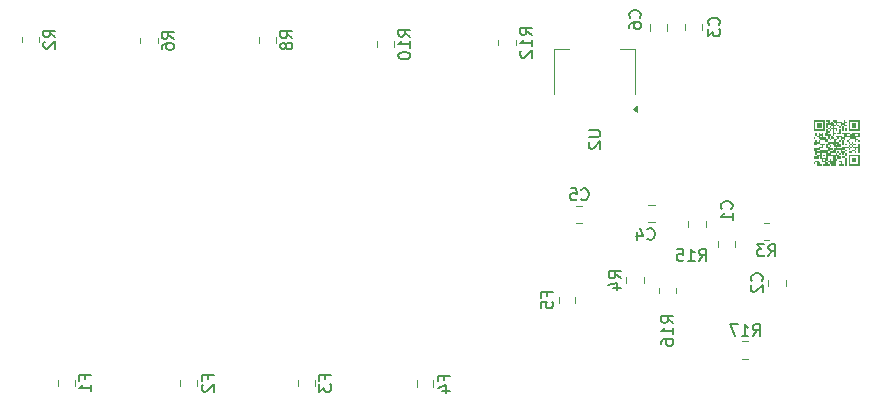
<source format=gbr>
%TF.GenerationSoftware,KiCad,Pcbnew,8.0.4*%
%TF.CreationDate,2025-06-08T15:43:54+10:00*%
%TF.ProjectId,USBPowerBlock,55534250-6f77-4657-9242-6c6f636b2e6b,rev?*%
%TF.SameCoordinates,Original*%
%TF.FileFunction,Legend,Bot*%
%TF.FilePolarity,Positive*%
%FSLAX46Y46*%
G04 Gerber Fmt 4.6, Leading zero omitted, Abs format (unit mm)*
G04 Created by KiCad (PCBNEW 8.0.4) date 2025-06-08 15:43:54*
%MOMM*%
%LPD*%
G01*
G04 APERTURE LIST*
%ADD10C,0.150000*%
%ADD11C,0.120000*%
%ADD12C,0.000000*%
G04 APERTURE END LIST*
D10*
X144444819Y-66647142D02*
X143968628Y-66313809D01*
X144444819Y-66075714D02*
X143444819Y-66075714D01*
X143444819Y-66075714D02*
X143444819Y-66456666D01*
X143444819Y-66456666D02*
X143492438Y-66551904D01*
X143492438Y-66551904D02*
X143540057Y-66599523D01*
X143540057Y-66599523D02*
X143635295Y-66647142D01*
X143635295Y-66647142D02*
X143778152Y-66647142D01*
X143778152Y-66647142D02*
X143873390Y-66599523D01*
X143873390Y-66599523D02*
X143921009Y-66551904D01*
X143921009Y-66551904D02*
X143968628Y-66456666D01*
X143968628Y-66456666D02*
X143968628Y-66075714D01*
X144444819Y-67599523D02*
X144444819Y-67028095D01*
X144444819Y-67313809D02*
X143444819Y-67313809D01*
X143444819Y-67313809D02*
X143587676Y-67218571D01*
X143587676Y-67218571D02*
X143682914Y-67123333D01*
X143682914Y-67123333D02*
X143730533Y-67028095D01*
X143444819Y-68218571D02*
X143444819Y-68313809D01*
X143444819Y-68313809D02*
X143492438Y-68409047D01*
X143492438Y-68409047D02*
X143540057Y-68456666D01*
X143540057Y-68456666D02*
X143635295Y-68504285D01*
X143635295Y-68504285D02*
X143825771Y-68551904D01*
X143825771Y-68551904D02*
X144063866Y-68551904D01*
X144063866Y-68551904D02*
X144254342Y-68504285D01*
X144254342Y-68504285D02*
X144349580Y-68456666D01*
X144349580Y-68456666D02*
X144397200Y-68409047D01*
X144397200Y-68409047D02*
X144444819Y-68313809D01*
X144444819Y-68313809D02*
X144444819Y-68218571D01*
X144444819Y-68218571D02*
X144397200Y-68123333D01*
X144397200Y-68123333D02*
X144349580Y-68075714D01*
X144349580Y-68075714D02*
X144254342Y-68028095D01*
X144254342Y-68028095D02*
X144063866Y-67980476D01*
X144063866Y-67980476D02*
X143825771Y-67980476D01*
X143825771Y-67980476D02*
X143635295Y-68028095D01*
X143635295Y-68028095D02*
X143540057Y-68075714D01*
X143540057Y-68075714D02*
X143492438Y-68123333D01*
X143492438Y-68123333D02*
X143444819Y-68218571D01*
X116921009Y-95636666D02*
X116921009Y-95303333D01*
X117444819Y-95303333D02*
X116444819Y-95303333D01*
X116444819Y-95303333D02*
X116444819Y-95779523D01*
X117444819Y-96684285D02*
X117444819Y-96112857D01*
X117444819Y-96398571D02*
X116444819Y-96398571D01*
X116444819Y-96398571D02*
X116587676Y-96303333D01*
X116587676Y-96303333D02*
X116682914Y-96208095D01*
X116682914Y-96208095D02*
X116730533Y-96112857D01*
X168902857Y-85634819D02*
X169236190Y-85158628D01*
X169474285Y-85634819D02*
X169474285Y-84634819D01*
X169474285Y-84634819D02*
X169093333Y-84634819D01*
X169093333Y-84634819D02*
X168998095Y-84682438D01*
X168998095Y-84682438D02*
X168950476Y-84730057D01*
X168950476Y-84730057D02*
X168902857Y-84825295D01*
X168902857Y-84825295D02*
X168902857Y-84968152D01*
X168902857Y-84968152D02*
X168950476Y-85063390D01*
X168950476Y-85063390D02*
X168998095Y-85111009D01*
X168998095Y-85111009D02*
X169093333Y-85158628D01*
X169093333Y-85158628D02*
X169474285Y-85158628D01*
X167950476Y-85634819D02*
X168521904Y-85634819D01*
X168236190Y-85634819D02*
X168236190Y-84634819D01*
X168236190Y-84634819D02*
X168331428Y-84777676D01*
X168331428Y-84777676D02*
X168426666Y-84872914D01*
X168426666Y-84872914D02*
X168521904Y-84920533D01*
X167045714Y-84634819D02*
X167521904Y-84634819D01*
X167521904Y-84634819D02*
X167569523Y-85111009D01*
X167569523Y-85111009D02*
X167521904Y-85063390D01*
X167521904Y-85063390D02*
X167426666Y-85015771D01*
X167426666Y-85015771D02*
X167188571Y-85015771D01*
X167188571Y-85015771D02*
X167093333Y-85063390D01*
X167093333Y-85063390D02*
X167045714Y-85111009D01*
X167045714Y-85111009D02*
X166998095Y-85206247D01*
X166998095Y-85206247D02*
X166998095Y-85444342D01*
X166998095Y-85444342D02*
X167045714Y-85539580D01*
X167045714Y-85539580D02*
X167093333Y-85587200D01*
X167093333Y-85587200D02*
X167188571Y-85634819D01*
X167188571Y-85634819D02*
X167426666Y-85634819D01*
X167426666Y-85634819D02*
X167521904Y-85587200D01*
X167521904Y-85587200D02*
X167569523Y-85539580D01*
X170579580Y-65653333D02*
X170627200Y-65605714D01*
X170627200Y-65605714D02*
X170674819Y-65462857D01*
X170674819Y-65462857D02*
X170674819Y-65367619D01*
X170674819Y-65367619D02*
X170627200Y-65224762D01*
X170627200Y-65224762D02*
X170531961Y-65129524D01*
X170531961Y-65129524D02*
X170436723Y-65081905D01*
X170436723Y-65081905D02*
X170246247Y-65034286D01*
X170246247Y-65034286D02*
X170103390Y-65034286D01*
X170103390Y-65034286D02*
X169912914Y-65081905D01*
X169912914Y-65081905D02*
X169817676Y-65129524D01*
X169817676Y-65129524D02*
X169722438Y-65224762D01*
X169722438Y-65224762D02*
X169674819Y-65367619D01*
X169674819Y-65367619D02*
X169674819Y-65462857D01*
X169674819Y-65462857D02*
X169722438Y-65605714D01*
X169722438Y-65605714D02*
X169770057Y-65653333D01*
X169674819Y-65986667D02*
X169674819Y-66605714D01*
X169674819Y-66605714D02*
X170055771Y-66272381D01*
X170055771Y-66272381D02*
X170055771Y-66415238D01*
X170055771Y-66415238D02*
X170103390Y-66510476D01*
X170103390Y-66510476D02*
X170151009Y-66558095D01*
X170151009Y-66558095D02*
X170246247Y-66605714D01*
X170246247Y-66605714D02*
X170484342Y-66605714D01*
X170484342Y-66605714D02*
X170579580Y-66558095D01*
X170579580Y-66558095D02*
X170627200Y-66510476D01*
X170627200Y-66510476D02*
X170674819Y-66415238D01*
X170674819Y-66415238D02*
X170674819Y-66129524D01*
X170674819Y-66129524D02*
X170627200Y-66034286D01*
X170627200Y-66034286D02*
X170579580Y-65986667D01*
X137231009Y-95656666D02*
X137231009Y-95323333D01*
X137754819Y-95323333D02*
X136754819Y-95323333D01*
X136754819Y-95323333D02*
X136754819Y-95799523D01*
X136754819Y-96085238D02*
X136754819Y-96704285D01*
X136754819Y-96704285D02*
X137135771Y-96370952D01*
X137135771Y-96370952D02*
X137135771Y-96513809D01*
X137135771Y-96513809D02*
X137183390Y-96609047D01*
X137183390Y-96609047D02*
X137231009Y-96656666D01*
X137231009Y-96656666D02*
X137326247Y-96704285D01*
X137326247Y-96704285D02*
X137564342Y-96704285D01*
X137564342Y-96704285D02*
X137659580Y-96656666D01*
X137659580Y-96656666D02*
X137707200Y-96609047D01*
X137707200Y-96609047D02*
X137754819Y-96513809D01*
X137754819Y-96513809D02*
X137754819Y-96228095D01*
X137754819Y-96228095D02*
X137707200Y-96132857D01*
X137707200Y-96132857D02*
X137659580Y-96085238D01*
X174776666Y-85244819D02*
X175109999Y-84768628D01*
X175348094Y-85244819D02*
X175348094Y-84244819D01*
X175348094Y-84244819D02*
X174967142Y-84244819D01*
X174967142Y-84244819D02*
X174871904Y-84292438D01*
X174871904Y-84292438D02*
X174824285Y-84340057D01*
X174824285Y-84340057D02*
X174776666Y-84435295D01*
X174776666Y-84435295D02*
X174776666Y-84578152D01*
X174776666Y-84578152D02*
X174824285Y-84673390D01*
X174824285Y-84673390D02*
X174871904Y-84721009D01*
X174871904Y-84721009D02*
X174967142Y-84768628D01*
X174967142Y-84768628D02*
X175348094Y-84768628D01*
X174443332Y-84244819D02*
X173824285Y-84244819D01*
X173824285Y-84244819D02*
X174157618Y-84625771D01*
X174157618Y-84625771D02*
X174014761Y-84625771D01*
X174014761Y-84625771D02*
X173919523Y-84673390D01*
X173919523Y-84673390D02*
X173871904Y-84721009D01*
X173871904Y-84721009D02*
X173824285Y-84816247D01*
X173824285Y-84816247D02*
X173824285Y-85054342D01*
X173824285Y-85054342D02*
X173871904Y-85149580D01*
X173871904Y-85149580D02*
X173919523Y-85197200D01*
X173919523Y-85197200D02*
X174014761Y-85244819D01*
X174014761Y-85244819D02*
X174300475Y-85244819D01*
X174300475Y-85244819D02*
X174395713Y-85197200D01*
X174395713Y-85197200D02*
X174443332Y-85149580D01*
X134464819Y-66773333D02*
X133988628Y-66440000D01*
X134464819Y-66201905D02*
X133464819Y-66201905D01*
X133464819Y-66201905D02*
X133464819Y-66582857D01*
X133464819Y-66582857D02*
X133512438Y-66678095D01*
X133512438Y-66678095D02*
X133560057Y-66725714D01*
X133560057Y-66725714D02*
X133655295Y-66773333D01*
X133655295Y-66773333D02*
X133798152Y-66773333D01*
X133798152Y-66773333D02*
X133893390Y-66725714D01*
X133893390Y-66725714D02*
X133941009Y-66678095D01*
X133941009Y-66678095D02*
X133988628Y-66582857D01*
X133988628Y-66582857D02*
X133988628Y-66201905D01*
X133893390Y-67344762D02*
X133845771Y-67249524D01*
X133845771Y-67249524D02*
X133798152Y-67201905D01*
X133798152Y-67201905D02*
X133702914Y-67154286D01*
X133702914Y-67154286D02*
X133655295Y-67154286D01*
X133655295Y-67154286D02*
X133560057Y-67201905D01*
X133560057Y-67201905D02*
X133512438Y-67249524D01*
X133512438Y-67249524D02*
X133464819Y-67344762D01*
X133464819Y-67344762D02*
X133464819Y-67535238D01*
X133464819Y-67535238D02*
X133512438Y-67630476D01*
X133512438Y-67630476D02*
X133560057Y-67678095D01*
X133560057Y-67678095D02*
X133655295Y-67725714D01*
X133655295Y-67725714D02*
X133702914Y-67725714D01*
X133702914Y-67725714D02*
X133798152Y-67678095D01*
X133798152Y-67678095D02*
X133845771Y-67630476D01*
X133845771Y-67630476D02*
X133893390Y-67535238D01*
X133893390Y-67535238D02*
X133893390Y-67344762D01*
X133893390Y-67344762D02*
X133941009Y-67249524D01*
X133941009Y-67249524D02*
X133988628Y-67201905D01*
X133988628Y-67201905D02*
X134083866Y-67154286D01*
X134083866Y-67154286D02*
X134274342Y-67154286D01*
X134274342Y-67154286D02*
X134369580Y-67201905D01*
X134369580Y-67201905D02*
X134417200Y-67249524D01*
X134417200Y-67249524D02*
X134464819Y-67344762D01*
X134464819Y-67344762D02*
X134464819Y-67535238D01*
X134464819Y-67535238D02*
X134417200Y-67630476D01*
X134417200Y-67630476D02*
X134369580Y-67678095D01*
X134369580Y-67678095D02*
X134274342Y-67725714D01*
X134274342Y-67725714D02*
X134083866Y-67725714D01*
X134083866Y-67725714D02*
X133988628Y-67678095D01*
X133988628Y-67678095D02*
X133941009Y-67630476D01*
X133941009Y-67630476D02*
X133893390Y-67535238D01*
X162274819Y-87093333D02*
X161798628Y-86760000D01*
X162274819Y-86521905D02*
X161274819Y-86521905D01*
X161274819Y-86521905D02*
X161274819Y-86902857D01*
X161274819Y-86902857D02*
X161322438Y-86998095D01*
X161322438Y-86998095D02*
X161370057Y-87045714D01*
X161370057Y-87045714D02*
X161465295Y-87093333D01*
X161465295Y-87093333D02*
X161608152Y-87093333D01*
X161608152Y-87093333D02*
X161703390Y-87045714D01*
X161703390Y-87045714D02*
X161751009Y-86998095D01*
X161751009Y-86998095D02*
X161798628Y-86902857D01*
X161798628Y-86902857D02*
X161798628Y-86521905D01*
X161608152Y-87950476D02*
X162274819Y-87950476D01*
X161227200Y-87712381D02*
X161941485Y-87474286D01*
X161941485Y-87474286D02*
X161941485Y-88093333D01*
X163889580Y-65043333D02*
X163937200Y-64995714D01*
X163937200Y-64995714D02*
X163984819Y-64852857D01*
X163984819Y-64852857D02*
X163984819Y-64757619D01*
X163984819Y-64757619D02*
X163937200Y-64614762D01*
X163937200Y-64614762D02*
X163841961Y-64519524D01*
X163841961Y-64519524D02*
X163746723Y-64471905D01*
X163746723Y-64471905D02*
X163556247Y-64424286D01*
X163556247Y-64424286D02*
X163413390Y-64424286D01*
X163413390Y-64424286D02*
X163222914Y-64471905D01*
X163222914Y-64471905D02*
X163127676Y-64519524D01*
X163127676Y-64519524D02*
X163032438Y-64614762D01*
X163032438Y-64614762D02*
X162984819Y-64757619D01*
X162984819Y-64757619D02*
X162984819Y-64852857D01*
X162984819Y-64852857D02*
X163032438Y-64995714D01*
X163032438Y-64995714D02*
X163080057Y-65043333D01*
X162984819Y-65900476D02*
X162984819Y-65710000D01*
X162984819Y-65710000D02*
X163032438Y-65614762D01*
X163032438Y-65614762D02*
X163080057Y-65567143D01*
X163080057Y-65567143D02*
X163222914Y-65471905D01*
X163222914Y-65471905D02*
X163413390Y-65424286D01*
X163413390Y-65424286D02*
X163794342Y-65424286D01*
X163794342Y-65424286D02*
X163889580Y-65471905D01*
X163889580Y-65471905D02*
X163937200Y-65519524D01*
X163937200Y-65519524D02*
X163984819Y-65614762D01*
X163984819Y-65614762D02*
X163984819Y-65805238D01*
X163984819Y-65805238D02*
X163937200Y-65900476D01*
X163937200Y-65900476D02*
X163889580Y-65948095D01*
X163889580Y-65948095D02*
X163794342Y-65995714D01*
X163794342Y-65995714D02*
X163556247Y-65995714D01*
X163556247Y-65995714D02*
X163461009Y-65948095D01*
X163461009Y-65948095D02*
X163413390Y-65900476D01*
X163413390Y-65900476D02*
X163365771Y-65805238D01*
X163365771Y-65805238D02*
X163365771Y-65614762D01*
X163365771Y-65614762D02*
X163413390Y-65519524D01*
X163413390Y-65519524D02*
X163461009Y-65471905D01*
X163461009Y-65471905D02*
X163556247Y-65424286D01*
X171649580Y-81223333D02*
X171697200Y-81175714D01*
X171697200Y-81175714D02*
X171744819Y-81032857D01*
X171744819Y-81032857D02*
X171744819Y-80937619D01*
X171744819Y-80937619D02*
X171697200Y-80794762D01*
X171697200Y-80794762D02*
X171601961Y-80699524D01*
X171601961Y-80699524D02*
X171506723Y-80651905D01*
X171506723Y-80651905D02*
X171316247Y-80604286D01*
X171316247Y-80604286D02*
X171173390Y-80604286D01*
X171173390Y-80604286D02*
X170982914Y-80651905D01*
X170982914Y-80651905D02*
X170887676Y-80699524D01*
X170887676Y-80699524D02*
X170792438Y-80794762D01*
X170792438Y-80794762D02*
X170744819Y-80937619D01*
X170744819Y-80937619D02*
X170744819Y-81032857D01*
X170744819Y-81032857D02*
X170792438Y-81175714D01*
X170792438Y-81175714D02*
X170840057Y-81223333D01*
X171744819Y-82175714D02*
X171744819Y-81604286D01*
X171744819Y-81890000D02*
X170744819Y-81890000D01*
X170744819Y-81890000D02*
X170887676Y-81794762D01*
X170887676Y-81794762D02*
X170982914Y-81699524D01*
X170982914Y-81699524D02*
X171030533Y-81604286D01*
X154764819Y-66517142D02*
X154288628Y-66183809D01*
X154764819Y-65945714D02*
X153764819Y-65945714D01*
X153764819Y-65945714D02*
X153764819Y-66326666D01*
X153764819Y-66326666D02*
X153812438Y-66421904D01*
X153812438Y-66421904D02*
X153860057Y-66469523D01*
X153860057Y-66469523D02*
X153955295Y-66517142D01*
X153955295Y-66517142D02*
X154098152Y-66517142D01*
X154098152Y-66517142D02*
X154193390Y-66469523D01*
X154193390Y-66469523D02*
X154241009Y-66421904D01*
X154241009Y-66421904D02*
X154288628Y-66326666D01*
X154288628Y-66326666D02*
X154288628Y-65945714D01*
X154764819Y-67469523D02*
X154764819Y-66898095D01*
X154764819Y-67183809D02*
X153764819Y-67183809D01*
X153764819Y-67183809D02*
X153907676Y-67088571D01*
X153907676Y-67088571D02*
X154002914Y-66993333D01*
X154002914Y-66993333D02*
X154050533Y-66898095D01*
X153860057Y-67850476D02*
X153812438Y-67898095D01*
X153812438Y-67898095D02*
X153764819Y-67993333D01*
X153764819Y-67993333D02*
X153764819Y-68231428D01*
X153764819Y-68231428D02*
X153812438Y-68326666D01*
X153812438Y-68326666D02*
X153860057Y-68374285D01*
X153860057Y-68374285D02*
X153955295Y-68421904D01*
X153955295Y-68421904D02*
X154050533Y-68421904D01*
X154050533Y-68421904D02*
X154193390Y-68374285D01*
X154193390Y-68374285D02*
X154764819Y-67802857D01*
X154764819Y-67802857D02*
X154764819Y-68421904D01*
X159554819Y-74568095D02*
X160364342Y-74568095D01*
X160364342Y-74568095D02*
X160459580Y-74615714D01*
X160459580Y-74615714D02*
X160507200Y-74663333D01*
X160507200Y-74663333D02*
X160554819Y-74758571D01*
X160554819Y-74758571D02*
X160554819Y-74949047D01*
X160554819Y-74949047D02*
X160507200Y-75044285D01*
X160507200Y-75044285D02*
X160459580Y-75091904D01*
X160459580Y-75091904D02*
X160364342Y-75139523D01*
X160364342Y-75139523D02*
X159554819Y-75139523D01*
X159650057Y-75568095D02*
X159602438Y-75615714D01*
X159602438Y-75615714D02*
X159554819Y-75710952D01*
X159554819Y-75710952D02*
X159554819Y-75949047D01*
X159554819Y-75949047D02*
X159602438Y-76044285D01*
X159602438Y-76044285D02*
X159650057Y-76091904D01*
X159650057Y-76091904D02*
X159745295Y-76139523D01*
X159745295Y-76139523D02*
X159840533Y-76139523D01*
X159840533Y-76139523D02*
X159983390Y-76091904D01*
X159983390Y-76091904D02*
X160554819Y-75520476D01*
X160554819Y-75520476D02*
X160554819Y-76139523D01*
X114394819Y-66713333D02*
X113918628Y-66380000D01*
X114394819Y-66141905D02*
X113394819Y-66141905D01*
X113394819Y-66141905D02*
X113394819Y-66522857D01*
X113394819Y-66522857D02*
X113442438Y-66618095D01*
X113442438Y-66618095D02*
X113490057Y-66665714D01*
X113490057Y-66665714D02*
X113585295Y-66713333D01*
X113585295Y-66713333D02*
X113728152Y-66713333D01*
X113728152Y-66713333D02*
X113823390Y-66665714D01*
X113823390Y-66665714D02*
X113871009Y-66618095D01*
X113871009Y-66618095D02*
X113918628Y-66522857D01*
X113918628Y-66522857D02*
X113918628Y-66141905D01*
X113490057Y-67094286D02*
X113442438Y-67141905D01*
X113442438Y-67141905D02*
X113394819Y-67237143D01*
X113394819Y-67237143D02*
X113394819Y-67475238D01*
X113394819Y-67475238D02*
X113442438Y-67570476D01*
X113442438Y-67570476D02*
X113490057Y-67618095D01*
X113490057Y-67618095D02*
X113585295Y-67665714D01*
X113585295Y-67665714D02*
X113680533Y-67665714D01*
X113680533Y-67665714D02*
X113823390Y-67618095D01*
X113823390Y-67618095D02*
X114394819Y-67046667D01*
X114394819Y-67046667D02*
X114394819Y-67665714D01*
X158936666Y-80409580D02*
X158984285Y-80457200D01*
X158984285Y-80457200D02*
X159127142Y-80504819D01*
X159127142Y-80504819D02*
X159222380Y-80504819D01*
X159222380Y-80504819D02*
X159365237Y-80457200D01*
X159365237Y-80457200D02*
X159460475Y-80361961D01*
X159460475Y-80361961D02*
X159508094Y-80266723D01*
X159508094Y-80266723D02*
X159555713Y-80076247D01*
X159555713Y-80076247D02*
X159555713Y-79933390D01*
X159555713Y-79933390D02*
X159508094Y-79742914D01*
X159508094Y-79742914D02*
X159460475Y-79647676D01*
X159460475Y-79647676D02*
X159365237Y-79552438D01*
X159365237Y-79552438D02*
X159222380Y-79504819D01*
X159222380Y-79504819D02*
X159127142Y-79504819D01*
X159127142Y-79504819D02*
X158984285Y-79552438D01*
X158984285Y-79552438D02*
X158936666Y-79600057D01*
X158031904Y-79504819D02*
X158508094Y-79504819D01*
X158508094Y-79504819D02*
X158555713Y-79981009D01*
X158555713Y-79981009D02*
X158508094Y-79933390D01*
X158508094Y-79933390D02*
X158412856Y-79885771D01*
X158412856Y-79885771D02*
X158174761Y-79885771D01*
X158174761Y-79885771D02*
X158079523Y-79933390D01*
X158079523Y-79933390D02*
X158031904Y-79981009D01*
X158031904Y-79981009D02*
X157984285Y-80076247D01*
X157984285Y-80076247D02*
X157984285Y-80314342D01*
X157984285Y-80314342D02*
X158031904Y-80409580D01*
X158031904Y-80409580D02*
X158079523Y-80457200D01*
X158079523Y-80457200D02*
X158174761Y-80504819D01*
X158174761Y-80504819D02*
X158412856Y-80504819D01*
X158412856Y-80504819D02*
X158508094Y-80457200D01*
X158508094Y-80457200D02*
X158555713Y-80409580D01*
X173452857Y-91994819D02*
X173786190Y-91518628D01*
X174024285Y-91994819D02*
X174024285Y-90994819D01*
X174024285Y-90994819D02*
X173643333Y-90994819D01*
X173643333Y-90994819D02*
X173548095Y-91042438D01*
X173548095Y-91042438D02*
X173500476Y-91090057D01*
X173500476Y-91090057D02*
X173452857Y-91185295D01*
X173452857Y-91185295D02*
X173452857Y-91328152D01*
X173452857Y-91328152D02*
X173500476Y-91423390D01*
X173500476Y-91423390D02*
X173548095Y-91471009D01*
X173548095Y-91471009D02*
X173643333Y-91518628D01*
X173643333Y-91518628D02*
X174024285Y-91518628D01*
X172500476Y-91994819D02*
X173071904Y-91994819D01*
X172786190Y-91994819D02*
X172786190Y-90994819D01*
X172786190Y-90994819D02*
X172881428Y-91137676D01*
X172881428Y-91137676D02*
X172976666Y-91232914D01*
X172976666Y-91232914D02*
X173071904Y-91280533D01*
X172167142Y-90994819D02*
X171500476Y-90994819D01*
X171500476Y-90994819D02*
X171929047Y-91994819D01*
X127291009Y-95656666D02*
X127291009Y-95323333D01*
X127814819Y-95323333D02*
X126814819Y-95323333D01*
X126814819Y-95323333D02*
X126814819Y-95799523D01*
X126910057Y-96132857D02*
X126862438Y-96180476D01*
X126862438Y-96180476D02*
X126814819Y-96275714D01*
X126814819Y-96275714D02*
X126814819Y-96513809D01*
X126814819Y-96513809D02*
X126862438Y-96609047D01*
X126862438Y-96609047D02*
X126910057Y-96656666D01*
X126910057Y-96656666D02*
X127005295Y-96704285D01*
X127005295Y-96704285D02*
X127100533Y-96704285D01*
X127100533Y-96704285D02*
X127243390Y-96656666D01*
X127243390Y-96656666D02*
X127814819Y-96085238D01*
X127814819Y-96085238D02*
X127814819Y-96704285D01*
X124424819Y-66823333D02*
X123948628Y-66490000D01*
X124424819Y-66251905D02*
X123424819Y-66251905D01*
X123424819Y-66251905D02*
X123424819Y-66632857D01*
X123424819Y-66632857D02*
X123472438Y-66728095D01*
X123472438Y-66728095D02*
X123520057Y-66775714D01*
X123520057Y-66775714D02*
X123615295Y-66823333D01*
X123615295Y-66823333D02*
X123758152Y-66823333D01*
X123758152Y-66823333D02*
X123853390Y-66775714D01*
X123853390Y-66775714D02*
X123901009Y-66728095D01*
X123901009Y-66728095D02*
X123948628Y-66632857D01*
X123948628Y-66632857D02*
X123948628Y-66251905D01*
X123424819Y-67680476D02*
X123424819Y-67490000D01*
X123424819Y-67490000D02*
X123472438Y-67394762D01*
X123472438Y-67394762D02*
X123520057Y-67347143D01*
X123520057Y-67347143D02*
X123662914Y-67251905D01*
X123662914Y-67251905D02*
X123853390Y-67204286D01*
X123853390Y-67204286D02*
X124234342Y-67204286D01*
X124234342Y-67204286D02*
X124329580Y-67251905D01*
X124329580Y-67251905D02*
X124377200Y-67299524D01*
X124377200Y-67299524D02*
X124424819Y-67394762D01*
X124424819Y-67394762D02*
X124424819Y-67585238D01*
X124424819Y-67585238D02*
X124377200Y-67680476D01*
X124377200Y-67680476D02*
X124329580Y-67728095D01*
X124329580Y-67728095D02*
X124234342Y-67775714D01*
X124234342Y-67775714D02*
X123996247Y-67775714D01*
X123996247Y-67775714D02*
X123901009Y-67728095D01*
X123901009Y-67728095D02*
X123853390Y-67680476D01*
X123853390Y-67680476D02*
X123805771Y-67585238D01*
X123805771Y-67585238D02*
X123805771Y-67394762D01*
X123805771Y-67394762D02*
X123853390Y-67299524D01*
X123853390Y-67299524D02*
X123901009Y-67251905D01*
X123901009Y-67251905D02*
X123996247Y-67204286D01*
X164526666Y-83769580D02*
X164574285Y-83817200D01*
X164574285Y-83817200D02*
X164717142Y-83864819D01*
X164717142Y-83864819D02*
X164812380Y-83864819D01*
X164812380Y-83864819D02*
X164955237Y-83817200D01*
X164955237Y-83817200D02*
X165050475Y-83721961D01*
X165050475Y-83721961D02*
X165098094Y-83626723D01*
X165098094Y-83626723D02*
X165145713Y-83436247D01*
X165145713Y-83436247D02*
X165145713Y-83293390D01*
X165145713Y-83293390D02*
X165098094Y-83102914D01*
X165098094Y-83102914D02*
X165050475Y-83007676D01*
X165050475Y-83007676D02*
X164955237Y-82912438D01*
X164955237Y-82912438D02*
X164812380Y-82864819D01*
X164812380Y-82864819D02*
X164717142Y-82864819D01*
X164717142Y-82864819D02*
X164574285Y-82912438D01*
X164574285Y-82912438D02*
X164526666Y-82960057D01*
X163669523Y-83198152D02*
X163669523Y-83864819D01*
X163907618Y-82817200D02*
X164145713Y-83531485D01*
X164145713Y-83531485D02*
X163526666Y-83531485D01*
X174199580Y-87323333D02*
X174247200Y-87275714D01*
X174247200Y-87275714D02*
X174294819Y-87132857D01*
X174294819Y-87132857D02*
X174294819Y-87037619D01*
X174294819Y-87037619D02*
X174247200Y-86894762D01*
X174247200Y-86894762D02*
X174151961Y-86799524D01*
X174151961Y-86799524D02*
X174056723Y-86751905D01*
X174056723Y-86751905D02*
X173866247Y-86704286D01*
X173866247Y-86704286D02*
X173723390Y-86704286D01*
X173723390Y-86704286D02*
X173532914Y-86751905D01*
X173532914Y-86751905D02*
X173437676Y-86799524D01*
X173437676Y-86799524D02*
X173342438Y-86894762D01*
X173342438Y-86894762D02*
X173294819Y-87037619D01*
X173294819Y-87037619D02*
X173294819Y-87132857D01*
X173294819Y-87132857D02*
X173342438Y-87275714D01*
X173342438Y-87275714D02*
X173390057Y-87323333D01*
X173390057Y-87704286D02*
X173342438Y-87751905D01*
X173342438Y-87751905D02*
X173294819Y-87847143D01*
X173294819Y-87847143D02*
X173294819Y-88085238D01*
X173294819Y-88085238D02*
X173342438Y-88180476D01*
X173342438Y-88180476D02*
X173390057Y-88228095D01*
X173390057Y-88228095D02*
X173485295Y-88275714D01*
X173485295Y-88275714D02*
X173580533Y-88275714D01*
X173580533Y-88275714D02*
X173723390Y-88228095D01*
X173723390Y-88228095D02*
X174294819Y-87656667D01*
X174294819Y-87656667D02*
X174294819Y-88275714D01*
X156011009Y-88606666D02*
X156011009Y-88273333D01*
X156534819Y-88273333D02*
X155534819Y-88273333D01*
X155534819Y-88273333D02*
X155534819Y-88749523D01*
X155534819Y-89606666D02*
X155534819Y-89130476D01*
X155534819Y-89130476D02*
X156011009Y-89082857D01*
X156011009Y-89082857D02*
X155963390Y-89130476D01*
X155963390Y-89130476D02*
X155915771Y-89225714D01*
X155915771Y-89225714D02*
X155915771Y-89463809D01*
X155915771Y-89463809D02*
X155963390Y-89559047D01*
X155963390Y-89559047D02*
X156011009Y-89606666D01*
X156011009Y-89606666D02*
X156106247Y-89654285D01*
X156106247Y-89654285D02*
X156344342Y-89654285D01*
X156344342Y-89654285D02*
X156439580Y-89606666D01*
X156439580Y-89606666D02*
X156487200Y-89559047D01*
X156487200Y-89559047D02*
X156534819Y-89463809D01*
X156534819Y-89463809D02*
X156534819Y-89225714D01*
X156534819Y-89225714D02*
X156487200Y-89130476D01*
X156487200Y-89130476D02*
X156439580Y-89082857D01*
X166714819Y-90897142D02*
X166238628Y-90563809D01*
X166714819Y-90325714D02*
X165714819Y-90325714D01*
X165714819Y-90325714D02*
X165714819Y-90706666D01*
X165714819Y-90706666D02*
X165762438Y-90801904D01*
X165762438Y-90801904D02*
X165810057Y-90849523D01*
X165810057Y-90849523D02*
X165905295Y-90897142D01*
X165905295Y-90897142D02*
X166048152Y-90897142D01*
X166048152Y-90897142D02*
X166143390Y-90849523D01*
X166143390Y-90849523D02*
X166191009Y-90801904D01*
X166191009Y-90801904D02*
X166238628Y-90706666D01*
X166238628Y-90706666D02*
X166238628Y-90325714D01*
X166714819Y-91849523D02*
X166714819Y-91278095D01*
X166714819Y-91563809D02*
X165714819Y-91563809D01*
X165714819Y-91563809D02*
X165857676Y-91468571D01*
X165857676Y-91468571D02*
X165952914Y-91373333D01*
X165952914Y-91373333D02*
X166000533Y-91278095D01*
X165714819Y-92706666D02*
X165714819Y-92516190D01*
X165714819Y-92516190D02*
X165762438Y-92420952D01*
X165762438Y-92420952D02*
X165810057Y-92373333D01*
X165810057Y-92373333D02*
X165952914Y-92278095D01*
X165952914Y-92278095D02*
X166143390Y-92230476D01*
X166143390Y-92230476D02*
X166524342Y-92230476D01*
X166524342Y-92230476D02*
X166619580Y-92278095D01*
X166619580Y-92278095D02*
X166667200Y-92325714D01*
X166667200Y-92325714D02*
X166714819Y-92420952D01*
X166714819Y-92420952D02*
X166714819Y-92611428D01*
X166714819Y-92611428D02*
X166667200Y-92706666D01*
X166667200Y-92706666D02*
X166619580Y-92754285D01*
X166619580Y-92754285D02*
X166524342Y-92801904D01*
X166524342Y-92801904D02*
X166286247Y-92801904D01*
X166286247Y-92801904D02*
X166191009Y-92754285D01*
X166191009Y-92754285D02*
X166143390Y-92706666D01*
X166143390Y-92706666D02*
X166095771Y-92611428D01*
X166095771Y-92611428D02*
X166095771Y-92420952D01*
X166095771Y-92420952D02*
X166143390Y-92325714D01*
X166143390Y-92325714D02*
X166191009Y-92278095D01*
X166191009Y-92278095D02*
X166286247Y-92230476D01*
X147291009Y-95686666D02*
X147291009Y-95353333D01*
X147814819Y-95353333D02*
X146814819Y-95353333D01*
X146814819Y-95353333D02*
X146814819Y-95829523D01*
X147148152Y-96639047D02*
X147814819Y-96639047D01*
X146767200Y-96400952D02*
X147481485Y-96162857D01*
X147481485Y-96162857D02*
X147481485Y-96781904D01*
D11*
%TO.C,R10*%
X141605000Y-67062936D02*
X141605000Y-67517064D01*
X143075000Y-67062936D02*
X143075000Y-67517064D01*
%TO.C,F1*%
X114630000Y-95708748D02*
X114630000Y-96231252D01*
X116050000Y-95708748D02*
X116050000Y-96231252D01*
%TO.C,R15*%
X167995000Y-82757064D02*
X167995000Y-82302936D01*
X169465000Y-82757064D02*
X169465000Y-82302936D01*
%TO.C,C3*%
X167675000Y-65608748D02*
X167675000Y-66131252D01*
X169145000Y-65608748D02*
X169145000Y-66131252D01*
D12*
%TO.C,G\u002A\u002A\u002A*%
G36*
X178760000Y-75240000D02*
G01*
X178760000Y-75306666D01*
X178693334Y-75306666D01*
X178626667Y-75306666D01*
X178626667Y-75240000D01*
X178626667Y-75173333D01*
X178693334Y-75173333D01*
X178760000Y-75173333D01*
X178760000Y-75240000D01*
G37*
G36*
X178760000Y-77373333D02*
G01*
X178760000Y-77440000D01*
X178693334Y-77440000D01*
X178626667Y-77440000D01*
X178626667Y-77373333D01*
X178626667Y-77306666D01*
X178693334Y-77306666D01*
X178760000Y-77306666D01*
X178760000Y-77373333D01*
G37*
G36*
X179293334Y-74173333D02*
G01*
X179293334Y-74373333D01*
X179093334Y-74373333D01*
X178893334Y-74373333D01*
X178893334Y-74173333D01*
X178893334Y-73973333D01*
X179093334Y-73973333D01*
X179293334Y-73973333D01*
X179293334Y-74173333D01*
G37*
G36*
X179560000Y-76706666D02*
G01*
X179560000Y-76773333D01*
X179493334Y-76773333D01*
X179426667Y-76773333D01*
X179426667Y-76706666D01*
X179426667Y-76640000D01*
X179493334Y-76640000D01*
X179560000Y-76640000D01*
X179560000Y-76706666D01*
G37*
G36*
X180093334Y-74306666D02*
G01*
X180093334Y-74373333D01*
X180026667Y-74373333D01*
X179960000Y-74373333D01*
X179960000Y-74306666D01*
X179960000Y-74240000D01*
X180026667Y-74240000D01*
X180093334Y-74240000D01*
X180093334Y-74306666D01*
G37*
G36*
X180093334Y-74573333D02*
G01*
X180093334Y-74640000D01*
X180026667Y-74640000D01*
X179960000Y-74640000D01*
X179960000Y-74573333D01*
X179960000Y-74506666D01*
X180026667Y-74506666D01*
X180093334Y-74506666D01*
X180093334Y-74573333D01*
G37*
G36*
X180093334Y-75373333D02*
G01*
X180093334Y-75440000D01*
X180026667Y-75440000D01*
X179960000Y-75440000D01*
X179960000Y-75373333D01*
X179960000Y-75306666D01*
X180026667Y-75306666D01*
X180093334Y-75306666D01*
X180093334Y-75373333D01*
G37*
G36*
X180093334Y-75906666D02*
G01*
X180093334Y-75973333D01*
X180026667Y-75973333D01*
X179960000Y-75973333D01*
X179960000Y-75906666D01*
X179960000Y-75840000D01*
X180026667Y-75840000D01*
X180093334Y-75840000D01*
X180093334Y-75906666D01*
G37*
G36*
X180760000Y-76440000D02*
G01*
X180760000Y-76506666D01*
X180693334Y-76506666D01*
X180626667Y-76506666D01*
X180626667Y-76440000D01*
X180626667Y-76373333D01*
X180693334Y-76373333D01*
X180760000Y-76373333D01*
X180760000Y-76440000D01*
G37*
G36*
X180893334Y-75506666D02*
G01*
X180893334Y-75573333D01*
X180826667Y-75573333D01*
X180760000Y-75573333D01*
X180760000Y-75506666D01*
X180760000Y-75440000D01*
X180826667Y-75440000D01*
X180893334Y-75440000D01*
X180893334Y-75506666D01*
G37*
G36*
X181160000Y-75640000D02*
G01*
X181160000Y-75840000D01*
X181093334Y-75840000D01*
X181026667Y-75840000D01*
X181026667Y-75640000D01*
X181026667Y-75440000D01*
X181093334Y-75440000D01*
X181160000Y-75440000D01*
X181160000Y-75640000D01*
G37*
G36*
X181426667Y-74506666D02*
G01*
X181426667Y-74640000D01*
X181360000Y-74640000D01*
X181293334Y-74640000D01*
X181293334Y-74506666D01*
X181293334Y-74373333D01*
X181360000Y-74373333D01*
X181426667Y-74373333D01*
X181426667Y-74506666D01*
G37*
G36*
X181426667Y-75773333D02*
G01*
X181426667Y-75840000D01*
X181360000Y-75840000D01*
X181293334Y-75840000D01*
X181293334Y-75773333D01*
X181293334Y-75706666D01*
X181360000Y-75706666D01*
X181426667Y-75706666D01*
X181426667Y-75773333D01*
G37*
G36*
X181693334Y-75373333D02*
G01*
X181693334Y-75440000D01*
X181626667Y-75440000D01*
X181560000Y-75440000D01*
X181560000Y-75373333D01*
X181560000Y-75306666D01*
X181626667Y-75306666D01*
X181693334Y-75306666D01*
X181693334Y-75373333D01*
G37*
G36*
X181693334Y-75906666D02*
G01*
X181693334Y-75973333D01*
X181626667Y-75973333D01*
X181560000Y-75973333D01*
X181560000Y-75906666D01*
X181560000Y-75840000D01*
X181626667Y-75840000D01*
X181693334Y-75840000D01*
X181693334Y-75906666D01*
G37*
G36*
X181826667Y-76440000D02*
G01*
X181826667Y-76506666D01*
X181693334Y-76506666D01*
X181560000Y-76506666D01*
X181560000Y-76440000D01*
X181560000Y-76373333D01*
X181693334Y-76373333D01*
X181826667Y-76373333D01*
X181826667Y-76440000D01*
G37*
G36*
X182226667Y-74173333D02*
G01*
X182226667Y-74373333D01*
X182026667Y-74373333D01*
X181826667Y-74373333D01*
X181826667Y-74173333D01*
X181826667Y-73973333D01*
X182026667Y-73973333D01*
X182226667Y-73973333D01*
X182226667Y-74173333D01*
G37*
G36*
X182226667Y-77106666D02*
G01*
X182226667Y-77306666D01*
X182026667Y-77306666D01*
X181826667Y-77306666D01*
X181826667Y-77106666D01*
X181826667Y-76906666D01*
X182026667Y-76906666D01*
X182226667Y-76906666D01*
X182226667Y-77106666D01*
G37*
G36*
X180893334Y-74706666D02*
G01*
X180893334Y-74906666D01*
X180760000Y-74906666D01*
X180626667Y-74906666D01*
X180626667Y-74840000D01*
X180626667Y-74773333D01*
X180693334Y-74773333D01*
X180760000Y-74773333D01*
X180760000Y-74640000D01*
X180760000Y-74506666D01*
X180826667Y-74506666D01*
X180893334Y-74506666D01*
X180893334Y-74706666D01*
G37*
G36*
X181360000Y-76906666D02*
G01*
X181426667Y-76906666D01*
X181426667Y-77240000D01*
X181426667Y-77573333D01*
X181360000Y-77573333D01*
X181293334Y-77573333D01*
X181293334Y-77240000D01*
X181293334Y-76906666D01*
X181360000Y-76906666D01*
G37*
G36*
X181293334Y-76840000D02*
G01*
X181293334Y-76906666D01*
X181160000Y-76906666D01*
X181026667Y-76906666D01*
X181026667Y-76840000D01*
X181026667Y-76773333D01*
X181160000Y-76773333D01*
X181293334Y-76773333D01*
X181293334Y-76840000D01*
G37*
G36*
X182160000Y-76373333D02*
G01*
X182226667Y-76373333D01*
X182226667Y-76440000D01*
X182226667Y-76506666D01*
X182160000Y-76506666D01*
X182093334Y-76506666D01*
X182093334Y-76440000D01*
X182093334Y-76373333D01*
X182160000Y-76373333D01*
G37*
G36*
X182093334Y-76306666D02*
G01*
X182093334Y-76373333D01*
X181960000Y-76373333D01*
X181826667Y-76373333D01*
X181826667Y-76306666D01*
X181826667Y-76240000D01*
X181960000Y-76240000D01*
X182093334Y-76240000D01*
X182093334Y-76306666D01*
G37*
G36*
X179560000Y-74640000D02*
G01*
X179093334Y-74640000D01*
X178626667Y-74640000D01*
X178626667Y-74173333D01*
X178626667Y-73840000D01*
X178760000Y-73840000D01*
X178760000Y-74173333D01*
X178760000Y-74506666D01*
X179093334Y-74506666D01*
X179426667Y-74506666D01*
X179426667Y-74173333D01*
X179426667Y-73840000D01*
X179093334Y-73840000D01*
X178760000Y-73840000D01*
X178626667Y-73840000D01*
X178626667Y-73706666D01*
X179093334Y-73706666D01*
X179560000Y-73706666D01*
X179560000Y-74173333D01*
X179560000Y-74640000D01*
G37*
G36*
X182493334Y-74640000D02*
G01*
X182026667Y-74640000D01*
X181560000Y-74640000D01*
X181560000Y-74173333D01*
X181560000Y-73840000D01*
X181693334Y-73840000D01*
X181693334Y-74173333D01*
X181693334Y-74506666D01*
X182026667Y-74506666D01*
X182360000Y-74506666D01*
X182360000Y-74173333D01*
X182360000Y-73840000D01*
X182026667Y-73840000D01*
X181693334Y-73840000D01*
X181560000Y-73840000D01*
X181560000Y-73706666D01*
X182026667Y-73706666D01*
X182493334Y-73706666D01*
X182493334Y-74173333D01*
X182493334Y-74640000D01*
G37*
G36*
X182493334Y-77573333D02*
G01*
X182026667Y-77573333D01*
X181560000Y-77573333D01*
X181560000Y-77106666D01*
X181560000Y-76773333D01*
X181693334Y-76773333D01*
X181693334Y-77106666D01*
X181693334Y-77440000D01*
X182026667Y-77440000D01*
X182360000Y-77440000D01*
X182360000Y-77106666D01*
X182360000Y-76773333D01*
X182026667Y-76773333D01*
X181693334Y-76773333D01*
X181560000Y-76773333D01*
X181560000Y-76640000D01*
X182026667Y-76640000D01*
X182493334Y-76640000D01*
X182493334Y-77106666D01*
X182493334Y-77573333D01*
G37*
G36*
X179026667Y-77240000D02*
G01*
X179026667Y-77306666D01*
X179093334Y-77306666D01*
X179160000Y-77306666D01*
X179160000Y-77373333D01*
X179160000Y-77440000D01*
X179226667Y-77440000D01*
X179293334Y-77440000D01*
X179293334Y-77506666D01*
X179293334Y-77573333D01*
X179093334Y-77573333D01*
X178893334Y-77573333D01*
X178893334Y-77440000D01*
X178893334Y-77306666D01*
X178826667Y-77306666D01*
X178760000Y-77306666D01*
X178760000Y-77240000D01*
X178760000Y-77173333D01*
X178893334Y-77173333D01*
X179026667Y-77173333D01*
X179026667Y-77240000D01*
G37*
G36*
X181026667Y-77306666D02*
G01*
X181026667Y-77440000D01*
X181093334Y-77440000D01*
X181160000Y-77440000D01*
X181160000Y-77506666D01*
X181160000Y-77573333D01*
X180960000Y-77573333D01*
X180760000Y-77573333D01*
X180760000Y-77506666D01*
X180760000Y-77440000D01*
X180826667Y-77440000D01*
X180893334Y-77440000D01*
X180893334Y-77373333D01*
X180893334Y-77306666D01*
X180826667Y-77306666D01*
X180760000Y-77306666D01*
X180760000Y-77240000D01*
X180760000Y-77173333D01*
X180893334Y-77173333D01*
X181026667Y-77173333D01*
X181026667Y-77306666D01*
G37*
G36*
X182493334Y-76106666D02*
G01*
X182493334Y-76506666D01*
X182426667Y-76506666D01*
X182360000Y-76506666D01*
X182360000Y-76306666D01*
X182360000Y-76106666D01*
X182293334Y-76106666D01*
X182226667Y-76106666D01*
X182226667Y-76173333D01*
X182226667Y-76240000D01*
X182160000Y-76240000D01*
X182093334Y-76240000D01*
X182093334Y-76173333D01*
X182093334Y-76106666D01*
X182026667Y-76106666D01*
X181960000Y-76106666D01*
X181960000Y-76040000D01*
X181960000Y-75973333D01*
X181893334Y-75973333D01*
X181826667Y-75973333D01*
X181826667Y-75906666D01*
X181826667Y-75840000D01*
X181893334Y-75840000D01*
X181960000Y-75840000D01*
X181960000Y-75906666D01*
X181960000Y-75973333D01*
X182160000Y-75973333D01*
X182360000Y-75973333D01*
X182360000Y-75840000D01*
X182360000Y-75706666D01*
X182426667Y-75706666D01*
X182493334Y-75706666D01*
X182493334Y-76106666D01*
G37*
G36*
X181626667Y-75573333D02*
G01*
X181693334Y-75573333D01*
X181693334Y-75640000D01*
X181693334Y-75706666D01*
X181760000Y-75706666D01*
X181826667Y-75706666D01*
X181826667Y-75640000D01*
X181826667Y-75573333D01*
X181893334Y-75573333D01*
X181960000Y-75573333D01*
X181960000Y-75640000D01*
X181960000Y-75706666D01*
X181893334Y-75706666D01*
X181826667Y-75706666D01*
X181826667Y-75773333D01*
X181826667Y-75840000D01*
X181760000Y-75840000D01*
X181693334Y-75840000D01*
X181693334Y-75773333D01*
X181693334Y-75706666D01*
X181626667Y-75706666D01*
X181560000Y-75706666D01*
X181560000Y-75640000D01*
X181560000Y-75573333D01*
X181626667Y-75573333D01*
G37*
G36*
X182093334Y-75706666D02*
G01*
X182226667Y-75706666D01*
X182226667Y-75773333D01*
X182226667Y-75840000D01*
X182093334Y-75840000D01*
X181960000Y-75840000D01*
X181960000Y-75773333D01*
X181960000Y-75706666D01*
X182093334Y-75706666D01*
G37*
G36*
X181560000Y-75506666D02*
G01*
X181560000Y-75573333D01*
X181493334Y-75573333D01*
X181426667Y-75573333D01*
X181426667Y-75506666D01*
X181426667Y-75440000D01*
X181493334Y-75440000D01*
X181560000Y-75440000D01*
X181560000Y-75506666D01*
G37*
G36*
X181426667Y-74240000D02*
G01*
X181293334Y-74240000D01*
X181160000Y-74240000D01*
X181160000Y-74440000D01*
X181160000Y-74640000D01*
X181093334Y-74640000D01*
X181026667Y-74640000D01*
X181026667Y-74440000D01*
X181026667Y-74240000D01*
X180960000Y-74240000D01*
X180893334Y-74240000D01*
X180893334Y-74306666D01*
X180893334Y-74373333D01*
X180826667Y-74373333D01*
X180760000Y-74373333D01*
X180760000Y-74306666D01*
X180760000Y-74240000D01*
X180693334Y-74240000D01*
X180626667Y-74240000D01*
X180626667Y-74173333D01*
X180626667Y-74106666D01*
X180693334Y-74106666D01*
X180760000Y-74106666D01*
X180760000Y-74173333D01*
X180760000Y-74240000D01*
X180826667Y-74240000D01*
X180893334Y-74240000D01*
X180893334Y-74106666D01*
X181026667Y-74106666D01*
X181026667Y-74173333D01*
X181026667Y-74240000D01*
X181093334Y-74240000D01*
X181160000Y-74240000D01*
X181160000Y-74173333D01*
X181160000Y-74106666D01*
X181093334Y-74106666D01*
X181026667Y-74106666D01*
X180893334Y-74106666D01*
X180893334Y-73973333D01*
X180760000Y-73973333D01*
X180626667Y-73973333D01*
X180626667Y-74040000D01*
X180626667Y-74106666D01*
X180560000Y-74106666D01*
X180493334Y-74106666D01*
X180493334Y-74173333D01*
X180493334Y-74240000D01*
X180426667Y-74240000D01*
X180360000Y-74240000D01*
X180360000Y-74306666D01*
X180360000Y-74373333D01*
X180493334Y-74373333D01*
X180626667Y-74373333D01*
X180626667Y-74506666D01*
X180626667Y-74640000D01*
X180560000Y-74640000D01*
X180493334Y-74640000D01*
X180493334Y-74573333D01*
X180493334Y-74506666D01*
X180426667Y-74506666D01*
X180360000Y-74506666D01*
X180360000Y-74640000D01*
X180360000Y-74773333D01*
X180426667Y-74773333D01*
X180493334Y-74773333D01*
X180493334Y-74840000D01*
X180493334Y-74906666D01*
X180426667Y-74906666D01*
X180360000Y-74906666D01*
X180360000Y-74973333D01*
X180360000Y-75040000D01*
X180293334Y-75040000D01*
X180226667Y-75040000D01*
X180226667Y-75106666D01*
X180226667Y-75173333D01*
X180293334Y-75173333D01*
X180360000Y-75173333D01*
X180360000Y-75240000D01*
X180360000Y-75306666D01*
X180493334Y-75306666D01*
X180626667Y-75306666D01*
X180626667Y-75240000D01*
X180626667Y-75173333D01*
X180560000Y-75173333D01*
X180493334Y-75173333D01*
X180493334Y-75106666D01*
X180493334Y-75040000D01*
X180760000Y-75040000D01*
X181026667Y-75040000D01*
X181026667Y-75106666D01*
X181026667Y-75173333D01*
X181093334Y-75173333D01*
X181160000Y-75173333D01*
X181160000Y-75040000D01*
X181160000Y-74906666D01*
X181426667Y-74906666D01*
X181426667Y-74973333D01*
X181426667Y-75040000D01*
X181560000Y-75040000D01*
X181693334Y-75040000D01*
X182093334Y-75040000D01*
X182226667Y-75040000D01*
X182360000Y-75040000D01*
X182360000Y-74973333D01*
X182360000Y-74906666D01*
X182226667Y-74906666D01*
X182093334Y-74906666D01*
X182093334Y-74973333D01*
X182093334Y-75040000D01*
X181693334Y-75040000D01*
X181693334Y-74973333D01*
X181693334Y-74906666D01*
X181560000Y-74906666D01*
X181426667Y-74906666D01*
X181160000Y-74906666D01*
X181093334Y-74906666D01*
X181026667Y-74906666D01*
X181026667Y-74840000D01*
X181026667Y-74773333D01*
X181360000Y-74773333D01*
X181693334Y-74773333D01*
X181693334Y-74840000D01*
X181693334Y-74906666D01*
X181760000Y-74906666D01*
X181826667Y-74906666D01*
X181826667Y-74840000D01*
X181826667Y-74773333D01*
X182160000Y-74773333D01*
X182493334Y-74773333D01*
X182493334Y-74973333D01*
X182493334Y-75173333D01*
X182360000Y-75173333D01*
X182226667Y-75173333D01*
X182226667Y-75240000D01*
X182226667Y-75306666D01*
X182293334Y-75306666D01*
X182360000Y-75306666D01*
X182360000Y-75373333D01*
X182360000Y-75440000D01*
X182293334Y-75440000D01*
X182226667Y-75440000D01*
X182226667Y-75506666D01*
X182226667Y-75573333D01*
X182160000Y-75573333D01*
X182093334Y-75573333D01*
X182093334Y-75440000D01*
X182093334Y-75306666D01*
X181893334Y-75306666D01*
X181693334Y-75306666D01*
X181693334Y-75240000D01*
X181693334Y-75173333D01*
X181493334Y-75173333D01*
X181293334Y-75173333D01*
X181293334Y-75306666D01*
X181293334Y-75440000D01*
X181226667Y-75440000D01*
X181160000Y-75440000D01*
X181160000Y-75373333D01*
X181160000Y-75306666D01*
X181093334Y-75306666D01*
X181026667Y-75306666D01*
X181026667Y-75373333D01*
X181026667Y-75440000D01*
X180960000Y-75440000D01*
X180893334Y-75440000D01*
X180893334Y-75306666D01*
X180893334Y-75173333D01*
X180826667Y-75173333D01*
X180760000Y-75173333D01*
X180760000Y-75240000D01*
X180760000Y-75306666D01*
X180693334Y-75306666D01*
X180626667Y-75306666D01*
X180626667Y-75373333D01*
X180626667Y-75440000D01*
X180560000Y-75440000D01*
X180493334Y-75440000D01*
X180493334Y-75506666D01*
X180493334Y-75573333D01*
X180626667Y-75573333D01*
X180760000Y-75573333D01*
X180760000Y-75640000D01*
X180760000Y-75706666D01*
X180826667Y-75706666D01*
X180893334Y-75706666D01*
X180893334Y-75773333D01*
X180893334Y-75840000D01*
X180893334Y-75973333D01*
X180760000Y-75973333D01*
X180626667Y-75973333D01*
X180626667Y-76040000D01*
X180626667Y-76106666D01*
X180826667Y-76106666D01*
X181026667Y-76106666D01*
X181026667Y-76040000D01*
X181026667Y-75973333D01*
X181293334Y-75973333D01*
X181560000Y-75973333D01*
X181560000Y-76040000D01*
X181560000Y-76106666D01*
X181626667Y-76106666D01*
X181693334Y-76106666D01*
X181693334Y-76040000D01*
X181693334Y-75973333D01*
X181760000Y-75973333D01*
X181826667Y-75973333D01*
X181826667Y-76040000D01*
X181826667Y-76106666D01*
X181760000Y-76106666D01*
X181693334Y-76106666D01*
X181693334Y-76173333D01*
X181693334Y-76240000D01*
X181626667Y-76240000D01*
X181560000Y-76240000D01*
X181560000Y-76173333D01*
X181560000Y-76106666D01*
X181426667Y-76106666D01*
X181293334Y-76106666D01*
X181293334Y-76173333D01*
X181293334Y-76240000D01*
X181160000Y-76240000D01*
X181026667Y-76240000D01*
X181026667Y-76306666D01*
X181026667Y-76373333D01*
X181160000Y-76373333D01*
X181293334Y-76373333D01*
X181293334Y-76306666D01*
X181293334Y-76240000D01*
X181360000Y-76240000D01*
X181426667Y-76240000D01*
X181426667Y-76306666D01*
X181426667Y-76373333D01*
X181360000Y-76373333D01*
X181293334Y-76373333D01*
X181293334Y-76440000D01*
X181293334Y-76506666D01*
X181226667Y-76506666D01*
X181160000Y-76506666D01*
X181160000Y-76573333D01*
X181160000Y-76640000D01*
X181093334Y-76640000D01*
X181026667Y-76640000D01*
X181026667Y-76573333D01*
X181026667Y-76506666D01*
X180960000Y-76506666D01*
X180893334Y-76506666D01*
X180893334Y-76373333D01*
X180893334Y-76240000D01*
X180693334Y-76240000D01*
X180493334Y-76240000D01*
X180493334Y-76306666D01*
X180493334Y-76373333D01*
X180493334Y-76440000D01*
X180493334Y-76506666D01*
X180293334Y-76506666D01*
X180093334Y-76506666D01*
X180093334Y-76573333D01*
X180093334Y-76640000D01*
X180293334Y-76640000D01*
X180493334Y-76640000D01*
X180493334Y-76573333D01*
X180493334Y-76506666D01*
X180560000Y-76506666D01*
X180626667Y-76506666D01*
X180626667Y-76573333D01*
X180626667Y-76640000D01*
X180693334Y-76640000D01*
X180760000Y-76640000D01*
X180760000Y-76573333D01*
X180760000Y-76506666D01*
X180826667Y-76506666D01*
X180893334Y-76506666D01*
X180893334Y-76573333D01*
X180893334Y-76640000D01*
X180826667Y-76640000D01*
X180760000Y-76640000D01*
X180760000Y-76706666D01*
X180760000Y-76773333D01*
X180826667Y-76773333D01*
X180893334Y-76773333D01*
X180893334Y-76906666D01*
X180893334Y-77040000D01*
X180760000Y-77040000D01*
X180626667Y-77040000D01*
X180626667Y-77106666D01*
X180626667Y-77173333D01*
X180560000Y-77173333D01*
X180493334Y-77173333D01*
X180493334Y-77306666D01*
X180493334Y-77373333D01*
X180493334Y-77573333D01*
X180293334Y-77573333D01*
X180093334Y-77573333D01*
X180093334Y-77506666D01*
X180093334Y-77440000D01*
X180026667Y-77440000D01*
X179960000Y-77440000D01*
X179960000Y-77506666D01*
X179960000Y-77573333D01*
X179693334Y-77573333D01*
X179426667Y-77573333D01*
X179426667Y-77506666D01*
X179426667Y-77440000D01*
X179493334Y-77440000D01*
X179560000Y-77440000D01*
X179560000Y-77373333D01*
X179560000Y-77306666D01*
X179426667Y-77306666D01*
X179293334Y-77306666D01*
X179293334Y-77173333D01*
X179293334Y-77040000D01*
X179426667Y-77040000D01*
X179426667Y-77106666D01*
X179426667Y-77173333D01*
X179493334Y-77173333D01*
X179560000Y-77173333D01*
X179693334Y-77173333D01*
X179693334Y-77240000D01*
X179693334Y-77306666D01*
X179760000Y-77306666D01*
X179826667Y-77306666D01*
X179826667Y-77373333D01*
X179826667Y-77440000D01*
X179893334Y-77440000D01*
X179960000Y-77440000D01*
X179960000Y-77373333D01*
X179960000Y-77306666D01*
X179893334Y-77306666D01*
X179826667Y-77306666D01*
X179826667Y-77240000D01*
X179826667Y-77173333D01*
X179893334Y-77173333D01*
X179960000Y-77173333D01*
X179960000Y-77106666D01*
X179960000Y-77040000D01*
X180026667Y-77040000D01*
X180093334Y-77040000D01*
X180093334Y-77106666D01*
X180093334Y-77173333D01*
X180160000Y-77173333D01*
X180226667Y-77173333D01*
X180226667Y-77040000D01*
X180493334Y-77040000D01*
X180560000Y-77040000D01*
X180626667Y-77040000D01*
X180626667Y-76906666D01*
X180626667Y-76773333D01*
X180560000Y-76773333D01*
X180493334Y-76773333D01*
X180493334Y-76906666D01*
X180493334Y-76973333D01*
X180493334Y-77040000D01*
X180226667Y-77040000D01*
X180226667Y-76973333D01*
X180226667Y-76773333D01*
X180026667Y-76773333D01*
X179826667Y-76773333D01*
X179826667Y-76973333D01*
X179826667Y-77106666D01*
X179826667Y-77173333D01*
X179760000Y-77173333D01*
X179693334Y-77173333D01*
X179560000Y-77173333D01*
X179560000Y-77106666D01*
X179560000Y-77040000D01*
X179493334Y-77040000D01*
X179426667Y-77040000D01*
X179293334Y-77040000D01*
X179226667Y-77040000D01*
X179160000Y-77040000D01*
X179160000Y-76906666D01*
X179160000Y-76773333D01*
X179093334Y-76773333D01*
X179026667Y-76773333D01*
X179026667Y-76906666D01*
X179026667Y-77040000D01*
X178826667Y-77040000D01*
X178626667Y-77040000D01*
X178626667Y-76906666D01*
X178626667Y-76773333D01*
X178760000Y-76773333D01*
X178893334Y-76773333D01*
X178893334Y-76706666D01*
X179293334Y-76706666D01*
X179293334Y-76906666D01*
X179493334Y-76906666D01*
X179693334Y-76906666D01*
X179693334Y-76706666D01*
X179693334Y-76506666D01*
X179493334Y-76506666D01*
X179293334Y-76506666D01*
X179293334Y-76573333D01*
X179293334Y-76706666D01*
X178893334Y-76706666D01*
X178893334Y-76640000D01*
X178826667Y-76640000D01*
X178760000Y-76640000D01*
X178760000Y-76506666D01*
X178893334Y-76506666D01*
X178893334Y-76573333D01*
X178893334Y-76640000D01*
X179026667Y-76640000D01*
X179160000Y-76640000D01*
X179160000Y-76573333D01*
X179160000Y-76506666D01*
X179026667Y-76506666D01*
X178893334Y-76506666D01*
X178760000Y-76506666D01*
X178760000Y-76373333D01*
X178693334Y-76373333D01*
X178626667Y-76373333D01*
X178626667Y-76240000D01*
X178893334Y-76240000D01*
X178893334Y-76306666D01*
X178893334Y-76373333D01*
X179026667Y-76373333D01*
X179160000Y-76373333D01*
X179826667Y-76373333D01*
X179826667Y-76440000D01*
X179826667Y-76506666D01*
X179893334Y-76506666D01*
X179960000Y-76506666D01*
X179960000Y-76440000D01*
X179960000Y-76373333D01*
X180093334Y-76373333D01*
X180226667Y-76373333D01*
X180226667Y-76306666D01*
X180226667Y-76240000D01*
X180093334Y-76240000D01*
X179960000Y-76240000D01*
X179960000Y-76306666D01*
X179960000Y-76373333D01*
X179893334Y-76373333D01*
X179826667Y-76373333D01*
X179160000Y-76373333D01*
X179160000Y-76306666D01*
X179160000Y-76240000D01*
X179026667Y-76240000D01*
X178893334Y-76240000D01*
X178626667Y-76240000D01*
X178626667Y-76106666D01*
X178826667Y-76106666D01*
X179026667Y-76106666D01*
X179026667Y-76040000D01*
X179026667Y-75973333D01*
X179160000Y-75973333D01*
X179293334Y-75973333D01*
X179293334Y-75906666D01*
X179293334Y-75840000D01*
X179226667Y-75840000D01*
X179160000Y-75840000D01*
X179160000Y-75773333D01*
X179160000Y-75706666D01*
X179360000Y-75706666D01*
X179560000Y-75706666D01*
X179560000Y-75773333D01*
X179560000Y-75840000D01*
X179493334Y-75840000D01*
X179426667Y-75840000D01*
X179426667Y-75973333D01*
X179426667Y-76106666D01*
X179293334Y-76106666D01*
X179160000Y-76106666D01*
X179160000Y-76173333D01*
X179160000Y-76240000D01*
X179493334Y-76240000D01*
X179826667Y-76240000D01*
X179826667Y-76173333D01*
X179826667Y-76106666D01*
X179760000Y-76106666D01*
X179693334Y-76106666D01*
X179693334Y-75906666D01*
X179693334Y-75840000D01*
X179826667Y-75840000D01*
X179826667Y-75906666D01*
X179826667Y-75973333D01*
X179893334Y-75973333D01*
X179960000Y-75973333D01*
X179960000Y-76040000D01*
X179960000Y-76106666D01*
X180093334Y-76106666D01*
X180226667Y-76106666D01*
X180226667Y-76173333D01*
X180226667Y-76240000D01*
X180293334Y-76240000D01*
X180360000Y-76240000D01*
X180360000Y-76173333D01*
X180360000Y-76106666D01*
X180426667Y-76106666D01*
X180493334Y-76106666D01*
X180493334Y-76040000D01*
X180493334Y-75973333D01*
X180426667Y-75973333D01*
X180360000Y-75973333D01*
X180360000Y-75906666D01*
X180360000Y-75840000D01*
X180293334Y-75840000D01*
X180226667Y-75840000D01*
X180226667Y-75773333D01*
X180226667Y-75706666D01*
X180493334Y-75706666D01*
X180493334Y-75773333D01*
X180493334Y-75840000D01*
X180560000Y-75840000D01*
X180626667Y-75840000D01*
X180626667Y-75773333D01*
X180626667Y-75706666D01*
X180560000Y-75706666D01*
X180493334Y-75706666D01*
X180226667Y-75706666D01*
X180093334Y-75706666D01*
X179960000Y-75706666D01*
X179960000Y-75773333D01*
X179960000Y-75840000D01*
X179893334Y-75840000D01*
X179826667Y-75840000D01*
X179693334Y-75840000D01*
X179693334Y-75706666D01*
X179760000Y-75706666D01*
X179826667Y-75706666D01*
X179826667Y-75640000D01*
X179826667Y-75573333D01*
X180093334Y-75573333D01*
X180360000Y-75573333D01*
X180360000Y-75440000D01*
X180360000Y-75306666D01*
X180226667Y-75306666D01*
X180093334Y-75306666D01*
X180093334Y-75173333D01*
X180093334Y-75040000D01*
X180026667Y-75040000D01*
X179960000Y-75040000D01*
X179960000Y-75173333D01*
X179960000Y-75306666D01*
X179893334Y-75306666D01*
X179826667Y-75306666D01*
X179826667Y-75440000D01*
X179826667Y-75573333D01*
X179693334Y-75573333D01*
X179560000Y-75573333D01*
X179560000Y-75506666D01*
X179560000Y-75440000D01*
X179360000Y-75440000D01*
X179160000Y-75440000D01*
X179160000Y-75373333D01*
X179160000Y-75306666D01*
X179093334Y-75306666D01*
X179026667Y-75306666D01*
X179026667Y-75240000D01*
X179026667Y-75173333D01*
X178960000Y-75173333D01*
X178893334Y-75173333D01*
X178893334Y-75106666D01*
X178893334Y-75040000D01*
X178826667Y-75040000D01*
X178760000Y-75040000D01*
X178760000Y-74906666D01*
X178760000Y-74773333D01*
X178826667Y-74773333D01*
X178893334Y-74773333D01*
X178893334Y-74906666D01*
X178893334Y-75040000D01*
X178960000Y-75040000D01*
X179026667Y-75040000D01*
X179160000Y-75040000D01*
X179160000Y-75106666D01*
X179160000Y-75173333D01*
X179226667Y-75173333D01*
X179293334Y-75173333D01*
X179293334Y-75106666D01*
X179293334Y-75040000D01*
X179226667Y-75040000D01*
X179160000Y-75040000D01*
X179026667Y-75040000D01*
X179026667Y-74906666D01*
X179026667Y-74773333D01*
X179093334Y-74773333D01*
X179160000Y-74773333D01*
X179160000Y-74840000D01*
X179160000Y-74906666D01*
X179226667Y-74906666D01*
X179293334Y-74906666D01*
X179293334Y-74840000D01*
X179293334Y-74773333D01*
X179360000Y-74773333D01*
X179426667Y-74773333D01*
X179426667Y-74973333D01*
X179426667Y-75106666D01*
X179426667Y-75173333D01*
X179560000Y-75173333D01*
X179693334Y-75173333D01*
X179693334Y-75240000D01*
X179693334Y-75306666D01*
X179760000Y-75306666D01*
X179826667Y-75306666D01*
X179826667Y-75173333D01*
X179826667Y-75040000D01*
X179693334Y-75040000D01*
X179560000Y-75040000D01*
X179560000Y-74906666D01*
X179560000Y-74773333D01*
X179626667Y-74773333D01*
X179693334Y-74773333D01*
X179693334Y-74640000D01*
X179693334Y-74506666D01*
X179760000Y-74506666D01*
X179826667Y-74506666D01*
X179826667Y-74573333D01*
X179826667Y-74640000D01*
X179893334Y-74640000D01*
X179960000Y-74640000D01*
X179960000Y-74706666D01*
X179960000Y-74773333D01*
X179893334Y-74773333D01*
X179826667Y-74773333D01*
X179826667Y-74840000D01*
X179826667Y-74906666D01*
X179960000Y-74906666D01*
X180093334Y-74906666D01*
X180093334Y-74973333D01*
X180093334Y-75040000D01*
X180160000Y-75040000D01*
X180226667Y-75040000D01*
X180226667Y-74773333D01*
X180226667Y-74506666D01*
X180160000Y-74506666D01*
X180093334Y-74506666D01*
X180093334Y-74440000D01*
X180093334Y-74373333D01*
X180160000Y-74373333D01*
X180226667Y-74373333D01*
X180226667Y-74306666D01*
X180226667Y-74240000D01*
X180160000Y-74240000D01*
X180093334Y-74240000D01*
X180093334Y-74173333D01*
X180093334Y-74106666D01*
X179960000Y-74106666D01*
X179826667Y-74106666D01*
X179826667Y-74240000D01*
X179826667Y-74373333D01*
X179760000Y-74373333D01*
X179693334Y-74373333D01*
X179693334Y-74173333D01*
X179693334Y-74040000D01*
X180360000Y-74040000D01*
X180360000Y-74106666D01*
X180426667Y-74106666D01*
X180493334Y-74106666D01*
X180493334Y-74040000D01*
X180493334Y-73973333D01*
X180426667Y-73973333D01*
X180360000Y-73973333D01*
X180360000Y-74040000D01*
X179693334Y-74040000D01*
X179693334Y-73973333D01*
X179760000Y-73973333D01*
X179826667Y-73973333D01*
X179826667Y-73906666D01*
X179826667Y-73840000D01*
X179760000Y-73840000D01*
X179693334Y-73840000D01*
X179693334Y-73773333D01*
X179693334Y-73706666D01*
X179826667Y-73706666D01*
X179960000Y-73706666D01*
X179960000Y-73840000D01*
X179960000Y-73973333D01*
X180026667Y-73973333D01*
X180093334Y-73973333D01*
X180093334Y-73906666D01*
X180093334Y-73840000D01*
X180160000Y-73840000D01*
X180226667Y-73840000D01*
X180226667Y-73906666D01*
X180226667Y-73973333D01*
X180293334Y-73973333D01*
X180360000Y-73973333D01*
X180360000Y-73906666D01*
X180360000Y-73840000D01*
X180293334Y-73840000D01*
X180226667Y-73840000D01*
X180226667Y-73773333D01*
X180226667Y-73706666D01*
X180426667Y-73706666D01*
X180626667Y-73706666D01*
X180626667Y-73773333D01*
X180626667Y-73840000D01*
X180826667Y-73840000D01*
X181026667Y-73840000D01*
X181026667Y-73906666D01*
X181026667Y-73973333D01*
X181093334Y-73973333D01*
X181160000Y-73973333D01*
X181160000Y-73840000D01*
X181160000Y-73706666D01*
X181226667Y-73706666D01*
X181293334Y-73706666D01*
X181293334Y-73773333D01*
X181293334Y-73840000D01*
X181360000Y-73840000D01*
X181426667Y-73840000D01*
X181426667Y-73906666D01*
X181426667Y-73973333D01*
X181360000Y-73973333D01*
X181293334Y-73973333D01*
X181293334Y-74040000D01*
X181293334Y-74106666D01*
X181360000Y-74106666D01*
X181426667Y-74106666D01*
X181426667Y-74173333D01*
X181426667Y-74240000D01*
G37*
G36*
X181360000Y-76506666D02*
G01*
X181426667Y-76506666D01*
X181426667Y-76640000D01*
X181426667Y-76773333D01*
X181360000Y-76773333D01*
X181293334Y-76773333D01*
X181293334Y-76640000D01*
X181293334Y-76506666D01*
X181360000Y-76506666D01*
G37*
G36*
X178893334Y-75506666D02*
G01*
X178893334Y-75573333D01*
X178960000Y-75573333D01*
X179026667Y-75573333D01*
X179026667Y-75506666D01*
X179026667Y-75440000D01*
X179093334Y-75440000D01*
X179160000Y-75440000D01*
X179160000Y-75573333D01*
X179160000Y-75706666D01*
X179026667Y-75706666D01*
X178893334Y-75706666D01*
X178893334Y-75773333D01*
X178893334Y-75840000D01*
X178760000Y-75840000D01*
X178626667Y-75840000D01*
X178626667Y-75706666D01*
X178626667Y-75573333D01*
X178693334Y-75573333D01*
X178760000Y-75573333D01*
X178760000Y-75506666D01*
X178760000Y-75440000D01*
X178826667Y-75440000D01*
X178893334Y-75440000D01*
X178893334Y-75506666D01*
G37*
G36*
X182426667Y-75440000D02*
G01*
X182493334Y-75440000D01*
X182493334Y-75506666D01*
X182493334Y-75573333D01*
X182426667Y-75573333D01*
X182360000Y-75573333D01*
X182360000Y-75506666D01*
X182360000Y-75440000D01*
X182426667Y-75440000D01*
G37*
G36*
X179893334Y-74373333D02*
G01*
X179960000Y-74373333D01*
X179960000Y-74440000D01*
X179960000Y-74506666D01*
X179893334Y-74506666D01*
X179826667Y-74506666D01*
X179826667Y-74440000D01*
X179826667Y-74373333D01*
X179893334Y-74373333D01*
G37*
D11*
%TO.C,F3*%
X134940000Y-95728748D02*
X134940000Y-96251252D01*
X136360000Y-95728748D02*
X136360000Y-96251252D01*
%TO.C,R3*%
X174837064Y-82405000D02*
X174382936Y-82405000D01*
X174837064Y-83875000D02*
X174382936Y-83875000D01*
%TO.C,R8*%
X131625000Y-66712936D02*
X131625000Y-67167064D01*
X133095000Y-66712936D02*
X133095000Y-67167064D01*
%TO.C,R4*%
X162735000Y-87487064D02*
X162735000Y-87032936D01*
X164205000Y-87487064D02*
X164205000Y-87032936D01*
%TO.C,C6*%
X164735000Y-65618748D02*
X164735000Y-66141252D01*
X166205000Y-65618748D02*
X166205000Y-66141252D01*
%TO.C,C1*%
X170515000Y-84441252D02*
X170515000Y-83918748D01*
X171985000Y-84441252D02*
X171985000Y-83918748D01*
%TO.C,R12*%
X151925000Y-66932936D02*
X151925000Y-67387064D01*
X153395000Y-66932936D02*
X153395000Y-67387064D01*
%TO.C,U2*%
X156622500Y-67740000D02*
X156622500Y-71500000D01*
X157882500Y-67740000D02*
X156622500Y-67740000D01*
X162182500Y-67740000D02*
X163442500Y-67740000D01*
X163442500Y-67740000D02*
X163442500Y-71500000D01*
X163672500Y-73020000D02*
X163342500Y-72780000D01*
X163672500Y-72540000D01*
X163672500Y-73020000D01*
G36*
X163672500Y-73020000D02*
G01*
X163342500Y-72780000D01*
X163672500Y-72540000D01*
X163672500Y-73020000D01*
G37*
%TO.C,R2*%
X111555000Y-66652936D02*
X111555000Y-67107064D01*
X113025000Y-66652936D02*
X113025000Y-67107064D01*
%TO.C,C5*%
X158508748Y-80995000D02*
X159031252Y-80995000D01*
X158508748Y-82465000D02*
X159031252Y-82465000D01*
%TO.C,R17*%
X172582936Y-92455000D02*
X173037064Y-92455000D01*
X172582936Y-93925000D02*
X173037064Y-93925000D01*
%TO.C,F2*%
X125000000Y-95728748D02*
X125000000Y-96251252D01*
X126420000Y-95728748D02*
X126420000Y-96251252D01*
%TO.C,R6*%
X121585000Y-66762936D02*
X121585000Y-67217064D01*
X123055000Y-66762936D02*
X123055000Y-67217064D01*
%TO.C,C4*%
X164618748Y-80915000D02*
X165141252Y-80915000D01*
X164618748Y-82385000D02*
X165141252Y-82385000D01*
%TO.C,C2*%
X174785000Y-87751252D02*
X174785000Y-87228748D01*
X176255000Y-87751252D02*
X176255000Y-87228748D01*
%TO.C,F5*%
X157020000Y-89201252D02*
X157020000Y-88678748D01*
X158440000Y-89201252D02*
X158440000Y-88678748D01*
%TO.C,R16*%
X165525000Y-88357064D02*
X165525000Y-87902936D01*
X166995000Y-88357064D02*
X166995000Y-87902936D01*
%TO.C,F4*%
X145000000Y-95758748D02*
X145000000Y-96281252D01*
X146420000Y-95758748D02*
X146420000Y-96281252D01*
%TD*%
M02*

</source>
